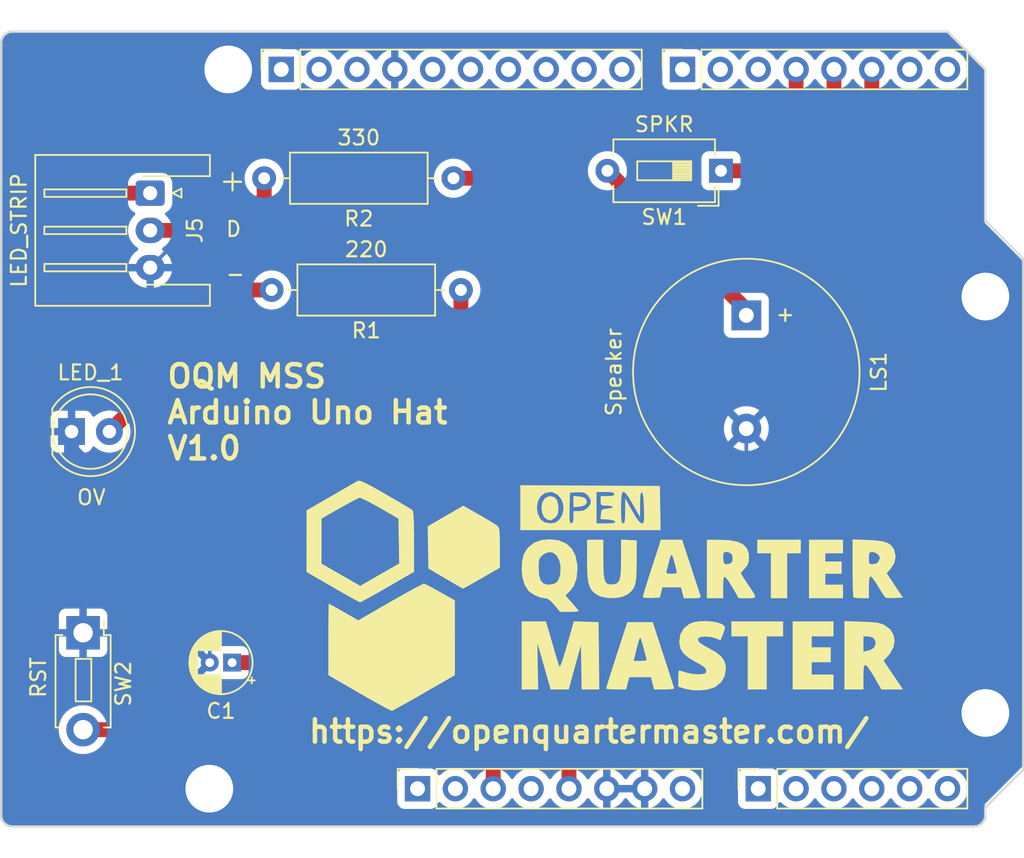
<source format=kicad_pcb>
(kicad_pcb (version 20240108) (generator "pcbnew") (generator_version "8.0")
  (title_block (title "MSS Arduino Uno Hat") (date "2025-01-05") (rev "0") (company "Epic Breakfast Productions"))
  (layers (0 "F.Cu" signal) (31 "B.Cu" signal) (34 "B.Paste" user) (35 "F.Paste" user) (36 "B.SilkS" user "B.Silkscreen") (37 "F.SilkS" user "F.Silkscreen") (38 "B.Mask" user) (39 "F.Mask" user) (44 "Edge.Cuts" user))
  (net 0 "")
  (net 1 "GND")
  (net 3 "+5V")
  (net 4 "/IOREF")
  (net 5 "/A0")
  (net 6 "/A1")
  (net 7 "/A2")
  (net 8 "/A3")
  (net 9 "/SDA{slash}A4")
  (net 10 "/SCL{slash}A5")
  (net 11 "/13")
  (net 12 "/12")
  (net 13 "/AREF")
  (net 14 "/8")
  (net 15 "/7")
  (net 16 "/*11")
  (net 17 "/*10")
  (net 18 "/*9")
  (net 19 "/4")
  (net 20 "/2")
  (net 21 "/*6")
  (net 22 "/*5")
  (net 23 "/TX{slash}1")
  (net 24 "/*3")
  (net 25 "/RX{slash}0")
  (net 26 "+3V3")
  (net 27 "VCC")
  (net 28 "/~{RESET}")
  (net 29 "Net-(J5-Pin_2)")
  (net 30 "Net-(LED_1-A)")
  (net 31 "Net-(LS1-Pad1)")
  (footprint "Connector_PinSocket_2.54mm:PinSocket_1x08_P2.54mm_Vertical" (layer "F.Cu") (at 127.94 97.46 90)
    (property "Reference" "J1" (hide yes))
    (property "Value" "Power")
    (pad "1" thru_hole rect (at 0 0 90) (size 1.7 1.7) (drill 1) (layers "*.Cu" "*.Mask"))
    (pad "2" thru_hole oval (at 0 2.54 90) (size 1.7 1.7) (drill 1) (layers "*.Cu" "*.Mask") (net 4 "/IOREF"))
    (pad "3" thru_hole oval (at 0 5.08 90) (size 1.7 1.7) (drill 1) (layers "*.Cu" "*.Mask") (net 28 "/~{RESET}"))
    (pad "4" thru_hole oval (at 0 7.62 90) (size 1.7 1.7) (drill 1) (layers "*.Cu" "*.Mask") (net 26 "+3V3"))
    (pad "5" thru_hole oval (at 0 10.16 90) (size 1.7 1.7) (drill 1) (layers "*.Cu" "*.Mask") (net 3 "+5V"))
    (pad "6" thru_hole oval (at 0 12.7 90) (size 1.7 1.7) (drill 1) (layers "*.Cu" "*.Mask") (net 1 "GND"))
    (pad "7" thru_hole oval (at 0 15.24 90) (size 1.7 1.7) (drill 1) (layers "*.Cu" "*.Mask") (net 1 "GND"))
    (pad "8" thru_hole oval (at 0 17.78 90) (size 1.7 1.7) (drill 1) (layers "*.Cu" "*.Mask") (net 27 "VCC"))
  )
  (footprint "Connector_PinSocket_2.54mm:PinSocket_1x06_P2.54mm_Vertical" (layer "F.Cu") (at 150.8 97.46 90)
    (property "Reference" "J3" (hide yes))
    (property "Value" "Analog")
    (pad "1" thru_hole rect (at 0 0 90) (size 1.7 1.7) (drill 1) (layers "*.Cu" "*.Mask") (net 5 "/A0"))
    (pad "2" thru_hole oval (at 0 2.54 90) (size 1.7 1.7) (drill 1) (layers "*.Cu" "*.Mask") (net 6 "/A1"))
    (pad "3" thru_hole oval (at 0 5.08 90) (size 1.7 1.7) (drill 1) (layers "*.Cu" "*.Mask") (net 7 "/A2"))
    (pad "4" thru_hole oval (at 0 7.62 90) (size 1.7 1.7) (drill 1) (layers "*.Cu" "*.Mask") (net 8 "/A3"))
    (pad "5" thru_hole oval (at 0 10.16 90) (size 1.7 1.7) (drill 1) (layers "*.Cu" "*.Mask") (net 9 "/SDA{slash}A4"))
    (pad "6" thru_hole oval (at 0 12.7 90) (size 1.7 1.7) (drill 1) (layers "*.Cu" "*.Mask") (net 10 "/SCL{slash}A5"))
  )
  (footprint "Connector_PinSocket_2.54mm:PinSocket_1x10_P2.54mm_Vertical" (layer "F.Cu") (at 118.796 49.2 90)
    (property "Reference" "J2" (hide yes))
    (property "Value" "Digital/PWM")
    (pad "1" thru_hole rect (at 0 0 90) (size 1.7 1.7) (drill 1) (layers "*.Cu" "*.Mask") (net 10 "/SCL{slash}A5"))
    (pad "2" thru_hole oval (at 0 2.54 90) (size 1.7 1.7) (drill 1) (layers "*.Cu" "*.Mask") (net 9 "/SDA{slash}A4"))
    (pad "3" thru_hole oval (at 0 5.08 90) (size 1.7 1.7) (drill 1) (layers "*.Cu" "*.Mask") (net 13 "/AREF"))
    (pad "4" thru_hole oval (at 0 7.62 90) (size 1.7 1.7) (drill 1) (layers "*.Cu" "*.Mask") (net 1 "GND"))
    (pad "5" thru_hole oval (at 0 10.16 90) (size 1.7 1.7) (drill 1) (layers "*.Cu" "*.Mask") (net 11 "/13"))
    (pad "6" thru_hole oval (at 0 12.7 90) (size 1.7 1.7) (drill 1) (layers "*.Cu" "*.Mask") (net 12 "/12"))
    (pad "7" thru_hole oval (at 0 15.24 90) (size 1.7 1.7) (drill 1) (layers "*.Cu" "*.Mask") (net 16 "/*11"))
    (pad "8" thru_hole oval (at 0 17.78 90) (size 1.7 1.7) (drill 1) (layers "*.Cu" "*.Mask") (net 17 "/*10"))
    (pad "9" thru_hole oval (at 0 20.32 90) (size 1.7 1.7) (drill 1) (layers "*.Cu" "*.Mask") (net 18 "/*9"))
    (pad "10" thru_hole oval (at 0 22.86 90) (size 1.7 1.7) (drill 1) (layers "*.Cu" "*.Mask") (net 14 "/8"))
  )
  (footprint "Connector_PinSocket_2.54mm:PinSocket_1x08_P2.54mm_Vertical" (layer "F.Cu") (at 145.72 49.2 90)
    (property "Reference" "J4" (hide yes))
    (property "Value" "Digital/PWM")
    (pad "1" thru_hole rect (at 0 0 90) (size 1.7 1.7) (drill 1) (layers "*.Cu" "*.Mask") (net 15 "/7"))
    (pad "2" thru_hole oval (at 0 2.54 90) (size 1.7 1.7) (drill 1) (layers "*.Cu" "*.Mask") (net 21 "/*6"))
    (pad "3" thru_hole oval (at 0 5.08 90) (size 1.7 1.7) (drill 1) (layers "*.Cu" "*.Mask") (net 22 "/*5"))
    (pad "4" thru_hole oval (at 0 7.62 90) (size 1.7 1.7) (drill 1) (layers "*.Cu" "*.Mask") (net 19 "/4"))
    (pad "5" thru_hole oval (at 0 10.16 90) (size 1.7 1.7) (drill 1) (layers "*.Cu" "*.Mask") (net 24 "/*3"))
    (pad "6" thru_hole oval (at 0 12.7 90) (size 1.7 1.7) (drill 1) (layers "*.Cu" "*.Mask") (net 20 "/2"))
    (pad "7" thru_hole oval (at 0 15.24 90) (size 1.7 1.7) (drill 1) (layers "*.Cu" "*.Mask") (net 23 "/TX{slash}1"))
    (pad "8" thru_hole oval (at 0 17.78 90) (size 1.7 1.7) (drill 1) (layers "*.Cu" "*.Mask") (net 25 "/RX{slash}0"))
  )
  (footprint "Capacitor_THT:CP_Radial_D4.0mm_P1.50mm" (layer "F.Cu") (at 115.5 89 180)
    (property "Reference" "C1" (at 0.75 -3.25 0) (layer "F.SilkS"))
    (property "Value" "C_Polarized")
    (pad "1" thru_hole rect (at 0 0 180) (size 1.2 1.2) (drill 0.6) (layers "*.Cu" "*.Mask") (net 3 "+5V"))
    (pad "2" thru_hole circle (at 1.5 0 180) (size 1.2 1.2) (drill 0.6) (layers "*.Cu" "*.Mask") (net 1 "GND"))
  )
  (footprint "Connector_JST:JST_XH_S3B-XH-A-1_1x03_P2.50mm_Horizontal" (layer "F.Cu") (at 110 57.5 -90)
    (property "Reference" "J5" (at 2.5 -3 90) (layer "F.SilkS"))
    (property "Value" "LED_STRIP" (at 2.5 8.8 90) (layer "F.SilkS"))
    (pad "1" thru_hole roundrect (at 0 0 270) (size 1.7 1.95) (drill 0.95) (layers "*.Cu" "*.Mask") (roundrect_rratio 0.147059) (net 3 "+5V"))
    (pad "2" thru_hole oval (at 2.5 0 270) (size 1.7 1.95) (drill 0.95) (layers "*.Cu" "*.Mask") (net 29 "Net-(J5-Pin_2)"))
    (pad "3" thru_hole oval (at 5 0 270) (size 1.7 1.95) (drill 0.95) (layers "*.Cu" "*.Mask") (net 1 "GND"))
  )
  (footprint "Resistor_THT:R_Axial_DIN0309_L9.0mm_D3.2mm_P12.70mm_Horizontal" (layer "F.Cu") (at 130.35 56.5 180)
    (property "Reference" "R2" (at 6.35 -2.72 0) (layer "F.SilkS"))
    (property "Value" "330" (at 6.35 2.72 0) (layer "F.SilkS"))
    (pad "1" thru_hole circle (at 0 0 180) (size 1.6 1.6) (drill 0.8) (layers "*.Cu" "*.Mask") (net 19 "/4"))
    (pad "2" thru_hole oval (at 12.7 0 180) (size 1.6 1.6) (drill 0.8) (layers "*.Cu" "*.Mask") (net 29 "Net-(J5-Pin_2)"))
  )
  (footprint "Button_Switch_THT:SW_DIP_SPSTx01_Slide_6.7x4.1mm_W7.62mm_P2.54mm_LowProfile" (layer "F.Cu") (at 148.3 56 180)
    (property "Reference" "SW1" (at 3.81 -3.11 0) (layer "F.SilkS"))
    (property "Value" "SPKR" (at 3.81 3.11 0) (layer "F.SilkS"))
    (pad "1" thru_hole rect (at 0 0 180) (size 1.6 1.6) (drill 0.8) (layers "*.Cu" "*.Mask") (net 24 "/*3"))
    (pad "2" thru_hole oval (at 7.62 0 180) (size 1.6 1.6) (drill 0.8) (layers "*.Cu" "*.Mask") (net 31 "Net-(LS1-Pad1)"))
  )
  (footprint "Resistor_THT:R_Axial_DIN0309_L9.0mm_D3.2mm_P12.70mm_Horizontal" (layer "F.Cu") (at 130.85 64 180)
    (property "Reference" "R1" (at 6.35 -2.72 0) (layer "F.SilkS"))
    (property "Value" "220" (at 6.35 2.72 0) (layer "F.SilkS"))
    (pad "1" thru_hole circle (at 0 0 180) (size 1.6 1.6) (drill 0.8) (layers "*.Cu" "*.Mask") (net 20 "/2"))
    (pad "2" thru_hole oval (at 12.7 0 180) (size 1.6 1.6) (drill 0.8) (layers "*.Cu" "*.Mask") (net 30 "Net-(LED_1-A)"))
  )
  (footprint "Buzzer_Beeper:Buzzer_15x7.5RM7.6" (layer "F.Cu") (at 150 65.7 -90)
    (property "Reference" "LS1" (at 3.81 -8.89 90) (layer "F.SilkS"))
    (property "Value" "Speaker" (at 3.81 8.89 90) (layer "F.SilkS"))
    (fp_text user "+" (at -0.01 -2.54 90) (layer "F.SilkS"))
    (pad "1" thru_hole rect (at 0 0 270) (size 2 2) (drill 1) (layers "*.Cu" "*.Mask") (net 31 "Net-(LS1-Pad1)"))
    (pad "2" thru_hole circle (at 7.6 0 270) (size 2 2) (drill 1) (layers "*.Cu" "*.Mask") (net 1 "GND"))
  )
  (footprint "Arduino_MountingHole:MountingHole_3.2mm" (layer "F.Cu") (at 115.24 49.2)
    (property "Reference" "MH1" (hide yes))
    (property "Value" "MountingHole_3.2mm" (hide yes))
    (pad "" np_thru_hole circle (at 0 0) (size 3.2 3.2) (drill 3.2) (layers "*.Cu" "*.Mask"))
  )
  (footprint "LOGO" (layer "F.Cu") (at 140.5 84.5)
    (property "Reference" "OQM_Logo" (hide yes))
    (property "Value" "LOGO" (hide yes))
  )
  (footprint "Arduino_MountingHole:MountingHole_3.2mm" (layer "F.Cu") (at 113.97 97.46)
    (property "Reference" "MH2" (hide yes))
    (property "Value" "MountingHole_3.2mm" (hide yes))
    (pad "" np_thru_hole circle (at 0 0) (size 3.2 3.2) (drill 3.2) (layers "*.Cu" "*.Mask"))
  )
  (footprint "Arduino_MountingHole:MountingHole_3.2mm" (layer "F.Cu") (at 166.04 64.44)
    (property "Reference" "MH3" (hide yes))
    (property "Value" "MountingHole_3.2mm" (hide yes))
    (pad "" np_thru_hole circle (at 0 0) (size 3.2 3.2) (drill 3.2) (layers "*.Cu" "*.Mask"))
  )
  (footprint "LED_THT:LED_D5.0mm" (layer "F.Cu") (at 104.725 73.5)
    (property "Reference" "LED_1" (at 1.27 -3.96 0) (layer "F.SilkS"))
    (property "Value" "LED")
    (pad "1" thru_hole rect (at 0 0) (size 1.8 1.8) (drill 0.9) (layers "*.Cu" "*.Mask") (net 1 "GND"))
    (pad "2" thru_hole circle (at 2.54 0) (size 1.8 1.8) (drill 0.9) (layers "*.Cu" "*.Mask") (net 30 "Net-(LED_1-A)"))
  )
  (footprint "Arduino_MountingHole:MountingHole_3.2mm" (layer "F.Cu") (at 166.04 92.38)
    (property "Reference" "MH4" (hide yes))
    (property "Value" "MountingHole_3.2mm" (hide yes))
    (pad "" np_thru_hole circle (at 0 0) (size 3.2 3.2) (drill 3.2) (layers "*.Cu" "*.Mask"))
  )
  (footprint "Button_Switch_THT:SW_PUSH_1P1T_6x3.5mm_H5.0_APEM_MJTP1250" (layer "F.Cu") (at 105.5 87 -90)
    (property "Reference" "SW2" (at 3.42 -2.7 90) (layer "F.SilkS"))
    (property "Value" "RST" (at 3 3 90) (layer "F.SilkS"))
    (pad "1" thru_hole rect (at 0 0) (size 2.25 2.25) (drill 1.3) (layers "*.Cu" "*.Mask") (net 1 "GND"))
    (pad "2" thru_hole circle (at 6.5 0) (size 2.25 2.25) (drill 1.3) (layers "*.Cu" "*.Mask") (net 28 "/~{RESET}"))
  )
  (gr_line (start 166.04 59.36) (end 168.58 61.9) (stroke (width 0.15)) (layer "Edge.Cuts"))
  (gr_line (start 100 99.238) (end 100 47.422) (stroke (width 0.15)) (layer "Edge.Cuts"))
  (gr_line (start 168.58 61.9) (end 168.58 96.19) (stroke (width 0.15)) (layer "Edge.Cuts"))
  (gr_line (start 165.278 100) (end 100.762 100) (stroke (width 0.15)) (layer "Edge.Cuts"))
  (gr_line (start 100.762 46.66) (end 163.5 46.66) (stroke (width 0.15)) (layer "Edge.Cuts"))
  (gr_arc (start 100.762 100) (mid 100.223185 99.776815) (end 100 99.238) (stroke (width 0.15)) (layer "Edge.Cuts"))
  (gr_line (start 168.58 96.19) (end 166.04 98.73) (stroke (width 0.15)) (layer "Edge.Cuts"))
  (gr_line (start 163.5 46.66) (end 166.04 49.2) (stroke (width 0.15)) (layer "Edge.Cuts"))
  (gr_arc (start 166.04 99.238) (mid 165.816815 99.776815) (end 165.278 100) (stroke (width 0.15)) (layer "Edge.Cuts"))
  (gr_line (start 166.04 49.2) (end 166.04 59.36) (stroke (width 0.15)) (layer "Edge.Cuts"))
  (gr_line (start 166.04 98.73) (end 166.04 99.238) (stroke (width 0.15)) (layer "Edge.Cuts"))
  (gr_arc (start 100 47.422) (mid 100.223185 46.883185) (end 100.762 46.66) (stroke (width 0.15)) (layer "Edge.Cuts"))
  (gr_text "+" (at 114.5 57.5 0) (layer "F.SilkS") (effects (font (size 1.5 1.5)) (justify left bottom)))
  (gr_text "OV" (at 105 78.5 0) (layer "F.SilkS") (effects (font (size 1 1)) (justify left bottom)))
  (gr_text "-" (at 115 63.5 0) (layer "F.SilkS") (effects (font (size 1 1)) (justify left bottom)))
  (gr_text "https://openquartermaster.com/" (at 120.5 94.5 0) (layer "F.SilkS") (effects (font (size 1.5 1.5) (thickness 0.3) (bold yes)) (justify left bottom)))
  (gr_text "D" (at 115 60.5 0) (layer "F.SilkS") (effects (font (size 1 1)) (justify left bottom)))
  (gr_text "OQM MSS\nArduino Uno Hat\nV1.0" (at 111 75.5 0) (layer "F.SilkS") (effects (font (size 1.5 1.5) (thickness 0.3) (bold yes)) (justify left bottom)))
  (segment (start 104.725 74.765) (end 116.98 87.02) (width 1) (layer "B.Cu") (net 1))
  (segment (start 150 93.5) (end 148 93.5) (width 0.25) (layer "B.Cu") (net 1))
  (segment (start 114 58.5) (end 110 62.5) (width 0.25) (layer "B.Cu") (net 1))
  (segment (start 122.31 93.5) (end 140 93.5) (width 0.25) (layer "B.Cu") (net 1))
  (segment (start 104.725 73.5) (end 104.725 74.765) (width 1) (layer "B.Cu") (net 1))
  (segment (start 148 93.5) (end 140 93.5) (width 0.25) (layer "B.Cu") (net 1))
  (segment (start 114 87) (end 105.5 87) (width 0.25) (layer "B.Cu") (net 1))
  (segment (start 121.75 90.5) (end 121.75 92.94) (width 0.25) (layer "B.Cu") (net 1))
  (segment (start 116.96 87) (end 116.98 87.02) (width 0.25) (layer "B.Cu") (net 1))
  (segment (start 140 93.5) (end 140.64 94.14) (width 0.25) (layer "B.Cu") (net 1))
  (segment (start 114 52.5) (end 114 58.5) (width 0.25) (layer "B.Cu") (net 1))
  (segment (start 150 73.3) (end 150 93.5) (width 0.25) (layer "B.Cu") (net 1))
  (segment (start 121.75 92.94) (end 122.31 93.5) (width 0.25) (layer "B.Cu") (net 1))
  (segment (start 114.084 52.416) (end 114 52.5) (width 0.25) (layer "B.Cu") (net 1))
  (segment (start 116.98 87.02) (end 120.46 90.5) (width 0.25) (layer "B.Cu") (net 1))
  (segment (start 140.64 94.14) (end 140.64 97.46) (width 0.25) (layer "B.Cu") (net 1))
  (segment (start 114 87) (end 116.96 87) (width 0.25) (layer "B.Cu") (net 1))
  (segment (start 114 89) (end 114 87) (width 0.25) (layer "B.Cu") (net 1))
  (segment (start 126.416 52.416) (end 126.416 49.2) (width 0.25) (layer "B.Cu") (net 1))
  (segment (start 126.416 52.416) (end 114.084 52.416) (width 0.25) (layer "B.Cu") (net 1))
  (segment (start 120.46 90.5) (end 121.75 90.5) (width 0.25) (layer "B.Cu") (net 1))
  (segment (start 106 57.5) (end 106 61.5) (width 1) (layer "F.Cu") (net 3))
  (segment (start 104.5 83.5) (end 124.14 83.5) (width 1) (layer "F.Cu") (net 3))
  (segment (start 128.07 87.43) (end 132.14 91.5) (width 1) (layer "F.Cu") (net 3))
  (segment (start 132.14 91.5) (end 137.5 91.5) (width 1) (layer "F.Cu") (net 3))
  (segment (start 138.1 93.1) (end 138.1 97.46) (width 1) (layer "F.Cu") (net 3))
  (segment (start 101.5 80.5) (end 104.5 83.5) (width 1) (layer "F.Cu") (net 3))
  (segment (start 137.5 91.5) (end 137.5 92.5) (width 1) (layer "F.Cu") (net 3))
  (segment (start 115.5 89) (end 126.5 89) (width 1) (layer "F.Cu") (net 3))
  (segment (start 124.14 83.5) (end 128.07 87.43) (width 1) (layer "F.Cu") (net 3))
  (segment (start 126.5 89) (end 128.07 87.43) (width 1) (layer "F.Cu") (net 3))
  (segment (start 137.5 92.5) (end 138.1 93.1) (width 1) (layer "F.Cu") (net 3))
  (segment (start 101.5 66) (end 101.5 80.5) (width 1) (layer "F.Cu") (net 3))
  (segment (start 110 57.5) (end 106 57.5) (width 1) (layer "F.Cu") (net 3))
  (segment (start 106 61.5) (end 101.5 66) (width 1) (layer "F.Cu") (net 3))
  (segment (start 152.5 52) (end 138 52) (width 1) (layer "F.Cu") (net 19))
  (segment (start 133.5 56.5) (end 130.35 56.5) (width 1) (layer "F.Cu") (net 19))
  (segment (start 153.34 49.2) (end 153.34 51.16) (width 1) (layer "F.Cu") (net 19))
  (segment (start 153.34 51.16) (end 152.5 52) (width 1) (layer "F.Cu") (net 19))
  (segment (start 138 52) (end 133.5 56.5) (width 1) (layer "F.Cu") (net 19))
  (segment (start 130.85 66.35) (end 130.85 64) (width 1) (layer "F.Cu") (net 20))
  (segment (start 155.5 77.5) (end 142 77.5) (width 1) (layer "F.Cu") (net 20))
  (segment (start 158.42 49.2) (end 158.42 74.58) (width 1) (layer "F.Cu") (net 20))
  (segment (start 158.42 74.58) (end 155.5 77.5) (width 1) (layer "F.Cu") (net 20))
  (segment (start 142 77.5) (end 130.85 66.35) (width 1) (layer "F.Cu") (net 20))
  (segment (start 155.88 55.62) (end 155.5 56) (width 1) (layer "F.Cu") (net 24))
  (segment (start 155.5 56) (end 148.3 56) (width 1) (layer "F.Cu") (net 24))
  (segment (start 155.88 49.2) (end 155.88 55.62) (width 1) (layer "F.Cu") (net 24))
  (segment (start 133.02 97.46) (end 133.02 94.52) (width 1) (layer "F.Cu") (net 28))
  (segment (start 132 93.5) (end 105.5 93.5) (width 1) (layer "F.Cu") (net 28))
  (segment (start 133.02 94.52) (end 132 93.5) (width 1) (layer "F.Cu") (net 28))
  (segment (start 117.65 56.5) (end 117.65 57.85) (width 1) (layer "F.Cu") (net 29))
  (segment (start 115.5 60) (end 110 60) (width 1) (layer "F.Cu") (net 29))
  (segment (start 117.65 57.85) (end 115.5 60) (width 1) (layer "F.Cu") (net 29))
  (segment (start 118.15 64) (end 116.765 64) (width 1) (layer "F.Cu") (net 30))
  (segment (start 116.765 64) (end 107.265 73.5) (width 1) (layer "F.Cu") (net 30))
  (segment (start 150 65.32) (end 150 65.7) (width 1) (layer "F.Cu") (net 31))
  (segment (start 140.68 56) (end 150 65.32) (width 1) (layer "F.Cu") (net 31))
  (zone (net 1) (net_name "GND") (layer "B.Cu") (connect_pads (clearance 0.508)) (min_thickness 0.25) (fill yes (thermal_gap 0.5) (thermal_bridge_width 0.5))
    (polygon (pts (xy 100 46.5) (xy 100 100) (xy 166 100) (xy 166 98.5) (xy 168.5 96) (xy 168.5 62) (xy 166 59.5) (xy 166 49) (xy 163.5 46.5)))
  )
)
</source>
